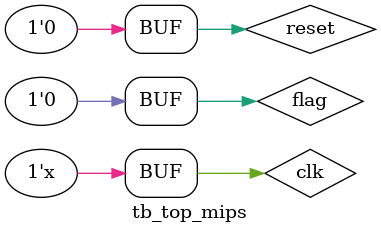
<source format=v>
`timescale 1ns / 1ps


module tb_top_mips(

    );
    
	reg clk;
	reg reset;

	reg flag = 0;

    top_mips#(
    	.LEN(32)
 		)
        u_top(
        	.clk(clk),
        	.reset(reset)
        );

	initial
	begin
		clk = 0;
		reset = 1;
		#10
		reset = 0;
	end

	always 
	begin
		#5 clk = ~clk;
	end
    
endmodule

</source>
